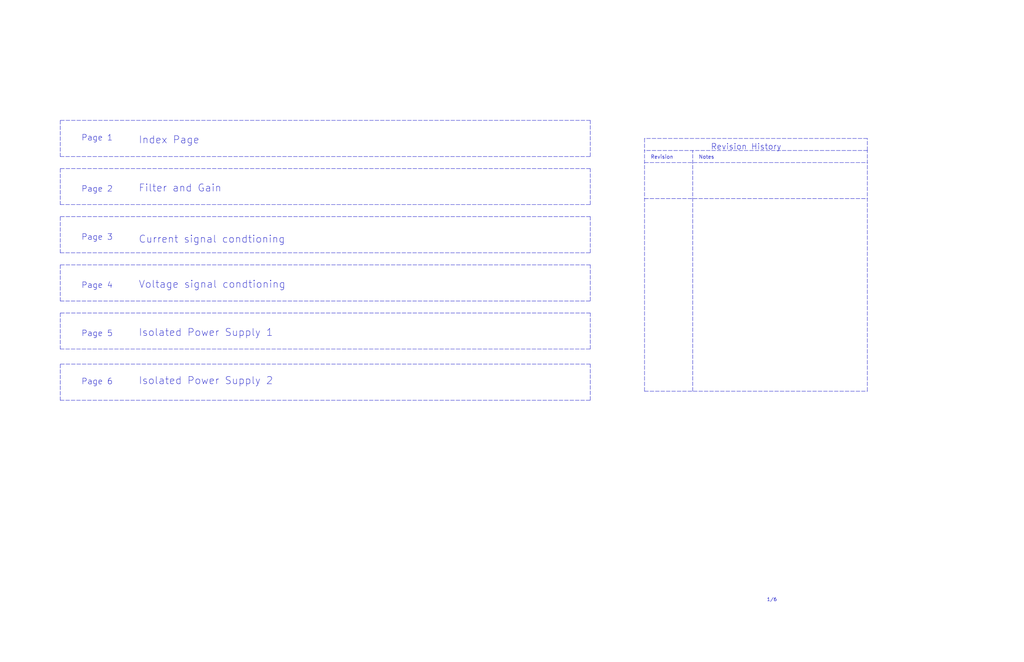
<source format=kicad_sch>
(kicad_sch (version 20210406) (generator eeschema)

  (uuid 4313e350-81c5-4891-aa2c-f203594718b9)

  (paper "B")

  (title_block
    (title "Pg1 Index Page-SchDoc")
    (date "15 10 2021")
  )

  (lib_symbols
  )


  (polyline (pts (xy 25.4 50.8) (xy 25.4 66.04))
    (stroke (width 0) (type dash) (color 0 0 0 0))
    (uuid 531b2dcb-5efb-4c97-ad7d-4e38653ac80f)
  )
  (polyline (pts (xy 25.4 66.04) (xy 248.92 66.04))
    (stroke (width 0) (type dash) (color 0 0 0 0))
    (uuid 7386e686-ca11-4b1b-8d1f-626cbdf4dc11)
  )
  (polyline (pts (xy 25.4 71.12) (xy 25.4 86.36))
    (stroke (width 0) (type dash) (color 0 0 0 0))
    (uuid f71a4ef7-5aa8-4497-a948-741bff6a5893)
  )
  (polyline (pts (xy 25.4 86.36) (xy 248.92 86.36))
    (stroke (width 0) (type dash) (color 0 0 0 0))
    (uuid 513c7863-094b-498f-91c9-245ffe3e3c67)
  )
  (polyline (pts (xy 25.4 91.44) (xy 25.4 106.68))
    (stroke (width 0) (type dash) (color 0 0 0 0))
    (uuid c0e62b88-c19d-4f9b-a69d-466ebda9811c)
  )
  (polyline (pts (xy 25.4 106.68) (xy 248.92 106.68))
    (stroke (width 0) (type dash) (color 0 0 0 0))
    (uuid 4484e781-642e-425c-8ccc-1ff8a4f56fad)
  )
  (polyline (pts (xy 25.4 111.76) (xy 25.4 127))
    (stroke (width 0) (type dash) (color 0 0 0 0))
    (uuid 2c2c7342-708d-4e15-b058-b67a86334b6c)
  )
  (polyline (pts (xy 25.4 127) (xy 248.92 127))
    (stroke (width 0) (type dash) (color 0 0 0 0))
    (uuid c0a1ada3-712b-415f-87b5-ccdcf97ffbe8)
  )
  (polyline (pts (xy 25.4 132.08) (xy 25.4 147.32))
    (stroke (width 0) (type dash) (color 0 0 0 0))
    (uuid 9bb4de32-fa0b-46d9-9dd6-f4fcb373d6ad)
  )
  (polyline (pts (xy 25.4 147.32) (xy 248.92 147.32))
    (stroke (width 0) (type dash) (color 0 0 0 0))
    (uuid 134e8c15-d276-4e90-91e1-ce22dbaecf17)
  )
  (polyline (pts (xy 25.4 153.67) (xy 25.4 168.91))
    (stroke (width 0) (type dash) (color 0 0 0 0))
    (uuid 03b7e1f8-b2df-4a7f-be4e-bc03d74aea50)
  )
  (polyline (pts (xy 25.4 168.91) (xy 248.92 168.91))
    (stroke (width 0) (type dash) (color 0 0 0 0))
    (uuid 473332f1-7979-418d-b2f9-feba6116655c)
  )
  (polyline (pts (xy 248.92 50.8) (xy 25.4 50.8))
    (stroke (width 0) (type dash) (color 0 0 0 0))
    (uuid 2a54eb92-cfd8-496f-88ee-b11e905193e6)
  )
  (polyline (pts (xy 248.92 66.04) (xy 248.92 50.8))
    (stroke (width 0) (type dash) (color 0 0 0 0))
    (uuid 408ebc8b-4b87-4389-8370-8a5465bfcb60)
  )
  (polyline (pts (xy 248.92 71.12) (xy 25.4 71.12))
    (stroke (width 0) (type dash) (color 0 0 0 0))
    (uuid 78ffd486-00a5-4842-bcff-50f72f8cd134)
  )
  (polyline (pts (xy 248.92 86.36) (xy 248.92 71.12))
    (stroke (width 0) (type dash) (color 0 0 0 0))
    (uuid 93ec6757-3ea6-4703-8ba6-4759bde6764d)
  )
  (polyline (pts (xy 248.92 91.44) (xy 25.4 91.44))
    (stroke (width 0) (type dash) (color 0 0 0 0))
    (uuid 16a4bd0a-3320-4218-89af-10764f113559)
  )
  (polyline (pts (xy 248.92 106.68) (xy 248.92 91.44))
    (stroke (width 0) (type dash) (color 0 0 0 0))
    (uuid ed1f4e3b-be14-45d2-9301-79c6152f078b)
  )
  (polyline (pts (xy 248.92 111.76) (xy 25.4 111.76))
    (stroke (width 0) (type dash) (color 0 0 0 0))
    (uuid 49d361b3-11de-409e-87c7-f09ec36dbd11)
  )
  (polyline (pts (xy 248.92 127) (xy 248.92 111.76))
    (stroke (width 0) (type dash) (color 0 0 0 0))
    (uuid a1a13108-26c4-4d5a-8cb2-58936d52dcbf)
  )
  (polyline (pts (xy 248.92 132.08) (xy 25.4 132.08))
    (stroke (width 0) (type dash) (color 0 0 0 0))
    (uuid 0faf8cb9-deed-40f6-a435-172cce4f9a78)
  )
  (polyline (pts (xy 248.92 147.32) (xy 248.92 132.08))
    (stroke (width 0) (type dash) (color 0 0 0 0))
    (uuid f121581d-aebf-46ed-8aac-de5a767f97ff)
  )
  (polyline (pts (xy 248.92 153.67) (xy 25.4 153.67))
    (stroke (width 0) (type dash) (color 0 0 0 0))
    (uuid f5ce9e1f-281f-4a31-a369-10654acb93a5)
  )
  (polyline (pts (xy 248.92 168.91) (xy 248.92 153.67))
    (stroke (width 0) (type dash) (color 0 0 0 0))
    (uuid af2a5f90-6733-48a6-b64e-b9197f77c2cf)
  )
  (polyline (pts (xy 271.78 58.42) (xy 271.78 63.5))
    (stroke (width 0) (type dash) (color 0 0 0 0))
    (uuid 155403db-64dc-4b90-af9b-06c5b8891d2e)
  )
  (polyline (pts (xy 271.78 68.58) (xy 365.76 68.58))
    (stroke (width 0) (type dash) (color 0 0 0 0))
    (uuid cbebb197-5214-4114-b6fb-a23964d7c684)
  )
  (polyline (pts (xy 271.78 83.82) (xy 365.76 83.82))
    (stroke (width 0) (type dash) (color 0 0 0 0))
    (uuid 08157dea-da7e-445a-a54e-eee6323b836f)
  )
  (polyline (pts (xy 271.78 165.1) (xy 271.78 63.5))
    (stroke (width 0) (type dash) (color 0 0 0 0))
    (uuid cc354129-ac58-412a-a32d-18740fd96aac)
  )
  (polyline (pts (xy 271.78 165.1) (xy 365.76 165.1))
    (stroke (width 0) (type dash) (color 0 0 0 0))
    (uuid 3376fec1-0238-40d7-9e84-8729dc601345)
  )
  (polyline (pts (xy 292.1 165.1) (xy 292.1 63.5))
    (stroke (width 0) (type dash) (color 0 0 0 0))
    (uuid 02a9ffe4-35e7-4b8a-9a55-dc423ac057d2)
  )
  (polyline (pts (xy 365.76 58.42) (xy 271.78 58.42))
    (stroke (width 0) (type dash) (color 0 0 0 0))
    (uuid 2bd8d904-e91d-483c-902a-a7189ec7b99d)
  )
  (polyline (pts (xy 365.76 63.5) (xy 271.78 63.5))
    (stroke (width 0) (type dash) (color 0 0 0 0))
    (uuid 99b91fad-13db-4ab8-bcd2-c6dc63831f52)
  )
  (polyline (pts (xy 365.76 63.5) (xy 365.76 58.42))
    (stroke (width 0) (type dash) (color 0 0 0 0))
    (uuid c9eec964-7153-4ca2-b0ad-e17d9faf8291)
  )
  (polyline (pts (xy 365.76 165.1) (xy 365.76 63.5))
    (stroke (width 0) (type dash) (color 0 0 0 0))
    (uuid 8fba26de-a413-4a25-ad87-b3af135f906a)
  )

  (text "Page 1" (at 34.29 59.69 0)
    (effects (font (size 2.4384 2.4384)) (justify left bottom))
    (uuid 3775bbe4-b056-479e-9056-9e6fbcbbd085)
  )
  (text "Page 2" (at 34.29 81.28 0)
    (effects (font (size 2.4384 2.4384)) (justify left bottom))
    (uuid 8984f9f7-8092-4769-8565-38a882cc46df)
  )
  (text "Page 3" (at 34.29 101.6 0)
    (effects (font (size 2.4384 2.4384)) (justify left bottom))
    (uuid 786ae49f-e2ad-4c2a-9fe6-29be5312aa76)
  )
  (text "Page 4" (at 34.29 121.92 0)
    (effects (font (size 2.4384 2.4384)) (justify left bottom))
    (uuid 877efdcc-7b65-4d7d-9414-e1a71f719ec4)
  )
  (text "Page 5" (at 34.29 142.24 0)
    (effects (font (size 2.4384 2.4384)) (justify left bottom))
    (uuid 2186bc43-feb1-4f3f-ba55-c40a9838b1f7)
  )
  (text "Page 6" (at 34.29 162.56 0)
    (effects (font (size 2.4384 2.4384)) (justify left bottom))
    (uuid 985b9516-6509-45dd-a0cc-65395a7b1b08)
  )
  (text "Index Page\n" (at 58.42 60.96 0)
    (effects (font (size 3.048 3.048)) (justify left bottom))
    (uuid 66d7a950-d58e-435d-88bb-e315c6560d7b)
  )
  (text "Filter and Gain" (at 58.42 81.28 0)
    (effects (font (size 3.048 3.048)) (justify left bottom))
    (uuid a65faa4c-0bcf-4431-9a83-23be46da417a)
  )
  (text "Current signal condtioning" (at 58.42 102.87 0)
    (effects (font (size 3.048 3.048)) (justify left bottom))
    (uuid 767e5c02-a144-48e0-914e-d865f7225395)
  )
  (text "Voltage signal condtioning" (at 58.42 121.92 0)
    (effects (font (size 3.048 3.048)) (justify left bottom))
    (uuid 6dcbf452-5f57-4364-8206-36dd78ad24e9)
  )
  (text "Isolated Power Supply 1" (at 58.42 142.24 0)
    (effects (font (size 3.048 3.048)) (justify left bottom))
    (uuid e7916f2e-81dc-4051-84cc-6ec9baf46e5e)
  )
  (text "Isolated Power Supply 2" (at 58.42 162.56 0)
    (effects (font (size 3.048 3.048)) (justify left bottom))
    (uuid 879d1201-d8fe-42b6-b4b8-c2ecae41c408)
  )
  (text "Revision" (at 274.32 67.31 0)
    (effects (font (size 1.524 1.524)) (justify left bottom))
    (uuid 99a2238f-a8af-427c-9901-262a961d2e99)
  )
  (text "Notes" (at 294.64 67.31 0)
    (effects (font (size 1.524 1.524)) (justify left bottom))
    (uuid dbf1bcfb-d19e-464e-8e0e-9233a8b20e84)
  )
  (text "Revision History" (at 299.72 63.5 0)
    (effects (font (size 2.4384 2.4384)) (justify left bottom))
    (uuid c7b712ad-dfeb-4336-8dca-88f8b2da7c98)
  )
  (text "1/6" (at 327.66 254 180)
    (effects (font (size 1.4 1.4)) (justify right bottom))
    (uuid 768cebaf-46d8-48ba-a537-e88c0b5c1fc8)
  )

  (sheet_instances
    (path "/" (page "1"))
  )

  (symbol_instances
  )
)

</source>
